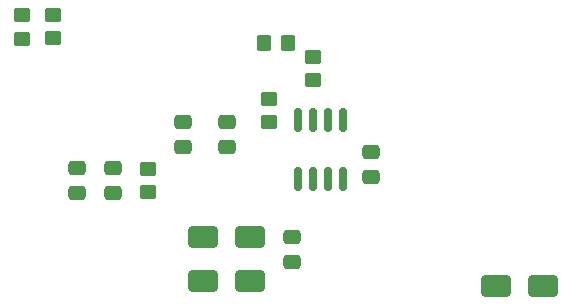
<source format=gbr>
%TF.GenerationSoftware,KiCad,Pcbnew,7.0.9*%
%TF.CreationDate,2024-03-19T10:53:25-03:00*%
%TF.ProjectId,CPU Stm32G431,43505520-5374-46d3-9332-473433312e6b,rev?*%
%TF.SameCoordinates,Original*%
%TF.FileFunction,Paste,Bot*%
%TF.FilePolarity,Positive*%
%FSLAX46Y46*%
G04 Gerber Fmt 4.6, Leading zero omitted, Abs format (unit mm)*
G04 Created by KiCad (PCBNEW 7.0.9) date 2024-03-19 10:53:25*
%MOMM*%
%LPD*%
G01*
G04 APERTURE LIST*
G04 Aperture macros list*
%AMRoundRect*
0 Rectangle with rounded corners*
0 $1 Rounding radius*
0 $2 $3 $4 $5 $6 $7 $8 $9 X,Y pos of 4 corners*
0 Add a 4 corners polygon primitive as box body*
4,1,4,$2,$3,$4,$5,$6,$7,$8,$9,$2,$3,0*
0 Add four circle primitives for the rounded corners*
1,1,$1+$1,$2,$3*
1,1,$1+$1,$4,$5*
1,1,$1+$1,$6,$7*
1,1,$1+$1,$8,$9*
0 Add four rect primitives between the rounded corners*
20,1,$1+$1,$2,$3,$4,$5,0*
20,1,$1+$1,$4,$5,$6,$7,0*
20,1,$1+$1,$6,$7,$8,$9,0*
20,1,$1+$1,$8,$9,$2,$3,0*%
G04 Aperture macros list end*
%ADD10RoundRect,0.250000X-0.475000X0.337500X-0.475000X-0.337500X0.475000X-0.337500X0.475000X0.337500X0*%
%ADD11RoundRect,0.250000X-1.000000X-0.650000X1.000000X-0.650000X1.000000X0.650000X-1.000000X0.650000X0*%
%ADD12RoundRect,0.150000X0.150000X-0.825000X0.150000X0.825000X-0.150000X0.825000X-0.150000X-0.825000X0*%
%ADD13RoundRect,0.250000X-0.450000X0.350000X-0.450000X-0.350000X0.450000X-0.350000X0.450000X0.350000X0*%
%ADD14RoundRect,0.250000X0.475000X-0.337500X0.475000X0.337500X-0.475000X0.337500X-0.475000X-0.337500X0*%
%ADD15RoundRect,0.250000X1.000000X0.650000X-1.000000X0.650000X-1.000000X-0.650000X1.000000X-0.650000X0*%
%ADD16RoundRect,0.250000X0.450000X-0.350000X0.450000X0.350000X-0.450000X0.350000X-0.450000X-0.350000X0*%
%ADD17RoundRect,0.250000X0.350000X0.450000X-0.350000X0.450000X-0.350000X-0.450000X0.350000X-0.450000X0*%
G04 APERTURE END LIST*
D10*
%TO.C,C11*%
X144780000Y-105982500D03*
X144780000Y-108057500D03*
%TD*%
D11*
%TO.C,D1*%
X152380000Y-111850000D03*
X156380000Y-111850000D03*
%TD*%
D12*
%TO.C,U3*%
X164285000Y-106895000D03*
X163015000Y-106895000D03*
X161745000Y-106895000D03*
X160475000Y-106895000D03*
X160475000Y-101945000D03*
X161745000Y-101945000D03*
X163015000Y-101945000D03*
X164285000Y-101945000D03*
%TD*%
D13*
%TO.C,R4*%
X137080000Y-93020000D03*
X137080000Y-95020000D03*
%TD*%
D14*
%TO.C,C12*%
X150680000Y-104157500D03*
X150680000Y-102082500D03*
%TD*%
D11*
%TO.C,D2*%
X152375000Y-115525000D03*
X156375000Y-115525000D03*
%TD*%
D14*
%TO.C,C9*%
X159980000Y-113887500D03*
X159980000Y-111812500D03*
%TD*%
%TO.C,C17*%
X166680000Y-106695000D03*
X166680000Y-104620000D03*
%TD*%
D13*
%TO.C,R7*%
X158020000Y-100095000D03*
X158020000Y-102095000D03*
%TD*%
D14*
%TO.C,C16*%
X141780000Y-108057500D03*
X141780000Y-105982500D03*
%TD*%
D15*
%TO.C,D5*%
X181240000Y-115970000D03*
X177240000Y-115970000D03*
%TD*%
D13*
%TO.C,R5*%
X139680000Y-92980000D03*
X139680000Y-94980000D03*
%TD*%
D16*
%TO.C,R6*%
X161720000Y-98545000D03*
X161720000Y-96545000D03*
%TD*%
D14*
%TO.C,C13*%
X154480000Y-104157500D03*
X154480000Y-102082500D03*
%TD*%
D17*
%TO.C,R2*%
X159580000Y-95420000D03*
X157580000Y-95420000D03*
%TD*%
D16*
%TO.C,R1*%
X147780000Y-108020000D03*
X147780000Y-106020000D03*
%TD*%
M02*

</source>
